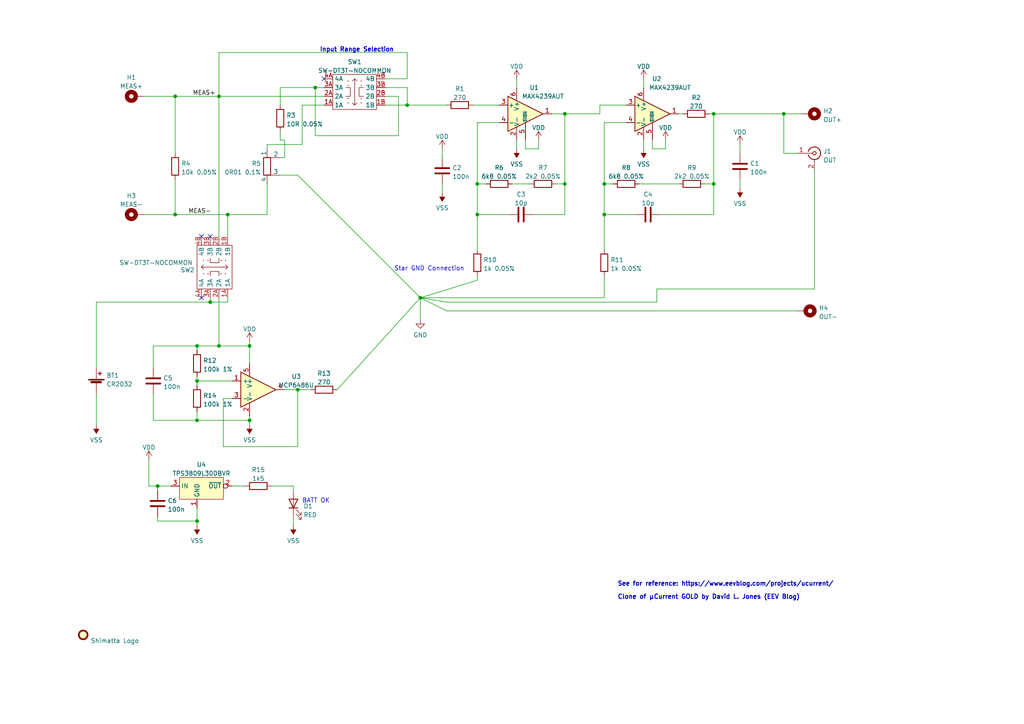
<source format=kicad_sch>
(kicad_sch (version 20211123) (generator eeschema)
  (paper "A4")
  (title_block (title "Shimatta µCurrent") (rev "v1.1.0") (company "Shimatta"))
  (lib_symbols
    (symbol "Amplifier_Operational:MAX4239AUT" (pin_names (offset 0.127))
      (property "Reference" "U" (at 0 6.35 0))
      (property "Value" "MAX4239AUT" (at 0 3.81 0))
      (symbol "MAX4239AUT_0_1"
        (polyline (pts (xy -5.08 5.08) (xy 5.08 0) (xy -5.08 -5.08) (xy -5.08 5.08)) (stroke (width 0.254)) (fill (type background)))
      )
      (symbol "MAX4239AUT_1_1"
        (pin output line (at 7.62 0 180) (length 2.54) (name "~") (number "1"))
        (pin power_in line (at -2.54 -7.62 90) (length 3.81) (name "V-") (number "2"))
        (pin input line (at -7.62 2.54 0) (length 2.54) (name "+") (number "3"))
        (pin input line (at -7.62 -2.54 0) (length 2.54) (name "-") (number "4"))
        (pin input line (at 0 -7.62 90) (length 5.08) (name "~{SHDN}") (number "5"))
        (pin power_in line (at -2.54 7.62 270) (length 3.81) (name "V+") (number "6"))
      )
    )
    (symbol "Connector:Conn_Coaxial" (pin_names (offset 1.016) hide)
      (property "Reference" "J" (at 0.254 3.048 0))
      (property "Value" "Conn_Coaxial" (at 2.921 0 90))
      (symbol "Conn_Coaxial_0_1"
        (arc (start -1.778 -0.508) (mid 0.2311 -1.8066) (end 1.778 0) (stroke (width 0.254)))
        (polyline (pts (xy -2.54 0) (xy -0.508 0)))
        (polyline (pts (xy 0 -2.54) (xy 0 -1.778)))
        (circle (center 0 0) (radius 0.508) (stroke (width 0.2032)))
        (arc (start 1.778 0) (mid 0.2099 1.8101) (end -1.778 0.508) (stroke (width 0.254)))
      )
      (symbol "Conn_Coaxial_1_1"
        (pin passive line (at -5.08 0 0) (length 2.54) (name "In") (number "1"))
        (pin passive line (at 0 -5.08 90) (length 2.54) (name "Ext") (number "2"))
      )
    )
    (symbol "Device:Battery_Cell" (pin_numbers hide) (pin_names (offset 0) hide)
      (property "Reference" "BT" (at 2.54 2.54 0))
      (property "Value" "Battery_Cell" (at 2.54 0 0))
      (symbol "Battery_Cell_0_1"
        (rectangle (start -2.286 1.778) (end 2.286 1.524) (fill (type outline)))
        (rectangle (start -1.5748 1.1938) (end 1.4732 0.6858) (fill (type outline)))
        (polyline (pts (xy 0 0.762) (xy 0 0)))
        (polyline (pts (xy 0 1.778) (xy 0 2.54)))
        (polyline (pts (xy 0.508 3.429) (xy 1.524 3.429)) (stroke (width 0.254)))
        (polyline (pts (xy 1.016 3.937) (xy 1.016 2.921)) (stroke (width 0.254)))
      )
      (symbol "Battery_Cell_1_1"
        (pin passive line (at 0 5.08 270) (length 2.54) (name "+") (number "1"))
        (pin passive line (at 0 -2.54 90) (length 2.54) (name "-") (number "2"))
      )
    )
    (symbol "Device:C" (pin_numbers hide) (pin_names (offset 0.254))
      (property "Reference" "C" (at 0.635 2.54 0))
      (property "Value" "C" (at 0.635 -2.54 0))
      (symbol "C_0_1"
        (polyline (pts (xy -2.032 -0.762) (xy 2.032 -0.762)) (stroke (width 0.508)))
        (polyline (pts (xy -2.032 0.762) (xy 2.032 0.762)) (stroke (width 0.508)))
      )
      (symbol "C_1_1"
        (pin passive line (at 0 3.81 270) (length 2.794) (name "~") (number "1"))
        (pin passive line (at 0 -3.81 90) (length 2.794) (name "~") (number "2"))
      )
    )
    (symbol "Device:LED" (pin_numbers hide) (pin_names (offset 1.016) hide)
      (property "Reference" "D" (at 0 2.54 0))
      (property "Value" "LED" (at 0 -2.54 0))
      (symbol "LED_0_1"
        (polyline (pts (xy -1.27 -1.27) (xy -1.27 1.27)) (stroke (width 0.254)))
        (polyline (pts (xy -1.27 0) (xy 1.27 0)))
        (polyline (pts (xy 1.27 -1.27) (xy 1.27 1.27) (xy -1.27 0) (xy 1.27 -1.27)) (stroke (width 0.254)))
        (polyline (pts (xy -3.048 -0.762) (xy -4.572 -2.286) (xy -3.81 -2.286) (xy -4.572 -2.286) (xy -4.572 -1.524)))
        (polyline (pts (xy -1.778 -0.762) (xy -3.302 -2.286) (xy -2.54 -2.286) (xy -3.302 -2.286) (xy -3.302 -1.524)))
      )
      (symbol "LED_1_1"
        (pin passive line (at -3.81 0 0) (length 2.54) (name "K") (number "1"))
        (pin passive line (at 3.81 0 180) (length 2.54) (name "A") (number "2"))
      )
    )
    (symbol "Device:R" (pin_numbers hide) (pin_names (offset 0))
      (property "Reference" "R" (at 2.032 0 90))
      (property "Value" "R" (at 0 0 90))
      (symbol "R_0_1"
        (rectangle (start -1.016 -2.54) (end 1.016 2.54) (stroke (width 0.254)))
      )
      (symbol "R_1_1"
        (pin passive line (at 0 3.81 270) (length 1.27) (name "~") (number "1"))
        (pin passive line (at 0 -3.81 90) (length 1.27) (name "~") (number "2"))
      )
    )
    (symbol "Device:R_Shunt" (pin_numbers hide) (pin_names (offset 0))
      (property "Reference" "R" (at -4.445 0 90))
      (property "Value" "R_Shunt" (at -2.54 0 90))
      (symbol "R_Shunt_0_1"
        (rectangle (start -1.016 -2.54) (end 1.016 2.54) (stroke (width 0.254)))
        (polyline (pts (xy 0 -2.54) (xy 1.27 -2.54)))
        (polyline (pts (xy 1.27 2.54) (xy 0 2.54)))
      )
      (symbol "R_Shunt_1_1"
        (pin passive line (at 0 5.08 270) (length 2.54) (name "1") (number "1"))
        (pin passive line (at 3.81 2.54 180) (length 2.54) (name "2") (number "2"))
        (pin passive line (at 3.81 -2.54 180) (length 2.54) (name "3") (number "3"))
        (pin passive line (at 0 -5.08 90) (length 2.54) (name "4") (number "4"))
      )
    )
    (symbol "Mechanical:Fiducial"
      (property "Reference" "FID" (at 0 5.08 0))
      (property "Value" "Fiducial" (at 0 3.175 0))
      (symbol "Fiducial_0_1"
        (circle (center 0 0) (radius 1.27) (stroke (width 0.508)) (fill (type background)))
      )
    )
    (symbol "Mechanical:MountingHole_Pad" (pin_numbers hide) (pin_names (offset 1.016) hide)
      (property "Reference" "H" (at 0 6.35 0))
      (property "Value" "MountingHole_Pad" (at 0 4.445 0))
      (symbol "MountingHole_Pad_0_1"
        (circle (center 0 1.27) (radius 1.27) (stroke (width 1.27)))
      )
      (symbol "MountingHole_Pad_1_1"
        (pin input line (at 0 -2.54 90) (length 2.54) (name "1") (number "1"))
      )
    )
    (symbol "power:GND" (power) (pin_names (offset 0))
      (property "Value" "GND" (at 0 -3.81 0))
      (symbol "GND_0_1"
        (polyline (pts (xy 0 0) (xy 0 -1.27) (xy 1.27 -1.27) (xy 0 -2.54) (xy -1.27 -1.27) (xy 0 -1.27)))
      )
      (symbol "GND_1_1"
        (pin power_in line (at 0 0 270) (length 0) hide (name "GND") (number "1"))
      )
    )
    (symbol "power:VDD" (power) (pin_names (offset 0))
      (property "Value" "VDD" (at 0 3.81 0))
      (symbol "VDD_0_1"
        (polyline (pts (xy -0.762 1.27) (xy 0 2.54)))
        (polyline (pts (xy 0 0) (xy 0 2.54)))
        (polyline (pts (xy 0 2.54) (xy 0.762 1.27)))
      )
      (symbol "VDD_1_1"
        (pin power_in line (at 0 0 90) (length 0) hide (name "VDD") (number "1"))
      )
    )
    (symbol "power:VSS" (power) (pin_names (offset 0))
      (property "Value" "VSS" (at 0 3.81 0))
      (symbol "VSS_0_1"
        (polyline (pts (xy 0 0) (xy 0 2.54)))
        (polyline (pts (xy 0.762 1.27) (xy -0.762 1.27) (xy 0 2.54) (xy 0.762 1.27)) (fill (type outline)))
      )
      (symbol "VSS_1_1"
        (pin power_in line (at 0 0 90) (length 0) hide (name "VSS") (number "1"))
      )
    )
    (symbol "shimatta_analog:MCP6486U"
      (property "Reference" "U" (at 2.54 6.35 0))
      (property "Value" "MCP6486U" (at 6.35 3.81 0))
      (symbol "MCP6486U_0_1"
        (polyline (pts (xy -2.54 5.08) (xy 7.62 0) (xy -2.54 -5.08) (xy -2.54 5.08)) (stroke (width 0.254)) (fill (type background)))
      )
      (symbol "MCP6486U_1_1"
        (pin input line (at -5.08 2.54 0) (length 2.54) (name "+") (number "1"))
        (pin power_in line (at 0 -7.62 90) (length 3.81) (name "V-") (number "2"))
        (pin input line (at -5.08 -2.54 0) (length 2.54) (name "-") (number "3"))
        (pin output line (at 10.16 0 180) (length 2.54) (name "~") (number "4"))
        (pin power_in line (at 0 7.62 270) (length 3.81) (name "V+") (number "5"))
      )
    )
    (symbol "shimatta_supervisor:TPS3809L30DBVR"
      (property "Reference" "U" (at 1.27 3.81 0))
      (property "Value" "TPS3809L30DBVR" (at 6.35 1.27 0))
      (symbol "TPS3809L30DBVR_0_1"
        (rectangle (start 0 0) (end 12.7 -6.35) (stroke (width 0.1524)) (fill (type background)))
      )
      (symbol "TPS3809L30DBVR_1_1"
        (pin power_in line (at 5.08 -8.89 90) (length 2.54) (name "GND") (number "1"))
        (pin output inverted (at 15.24 -2.54 180) (length 2.54) (name "~{OUT}") (number "2"))
        (pin power_in line (at -2.54 -2.54 0) (length 2.54) (name "IN") (number "3"))
      )
    )
    (symbol "shimatta_switch:SW-DT3T-NOCOMMON"
      (property "Reference" "SW" (at 1.27 1.27 0))
      (property "Value" "SW-DT3T-NOCOMMON" (at 9.525 3.81 0))
      (symbol "SW-DT3T-NOCOMMON_0_1"
        (polyline (pts (xy 6.35 -8.89) (xy 5.715 -8.255)) (stroke (width 0.1524)))
        (polyline (pts (xy 6.35 -8.89) (xy 6.985 -8.255)) (stroke (width 0.1524)))
        (polyline (pts (xy 6.35 -7.62) (xy 6.35 -8.89)) (stroke (width 0.1524)))
        (polyline (pts (xy 6.35 -2.54) (xy 6.35 -7.62)) (stroke (width 0.1524)))
        (polyline (pts (xy 6.35 -2.54) (xy 6.35 -1.27)) (stroke (width 0.1524)))
        (polyline (pts (xy 6.35 -1.27) (xy 5.715 -1.905)) (stroke (width 0.1524)))
        (polyline (pts (xy 6.35 -1.27) (xy 6.985 -1.905)) (stroke (width 0.1524)))
        (polyline (pts (xy 3.81 -3.81) (xy 5.08 -3.81) (xy 5.08 -6.35) (xy 3.81 -6.35)) (stroke (width 0.1524)))
        (polyline (pts (xy 8.89 -3.81) (xy 7.62 -3.81) (xy 7.62 -6.35) (xy 8.89 -6.35)) (stroke (width 0.1524)))
        (rectangle (start 0 0) (end 12.7 -10.16) (stroke (width 0.1524)))
        (circle (center 4.445 -8.255) (radius 0.0001) (stroke (width 0.1524)))
        (circle (center 4.445 -6.985) (radius 0.0001) (stroke (width 0.1524)))
        (circle (center 4.445 -3.175) (radius 0.0001) (stroke (width 0.1524)))
        (circle (center 4.445 -1.905) (radius 0.0001) (stroke (width 0.1524)))
        (circle (center 8.255 -8.255) (radius 0.0001) (stroke (width 0.1524)))
        (circle (center 8.255 -6.985) (radius 0.0001) (stroke (width 0.1524)))
        (circle (center 8.255 -3.175) (radius 0.0001) (stroke (width 0.1524)))
        (circle (center 8.255 -1.905) (radius 0.0001) (stroke (width 0.1524)))
      )
      (symbol "SW-DT3T-NOCOMMON_1_1"
        (pin passive line (at -2.54 -1.27 0) (length 2.54) (name "1A") (number "1A"))
        (pin passive line (at 15.24 -1.27 180) (length 2.54) (name "1B") (number "1B"))
        (pin passive line (at -2.54 -3.81 0) (length 2.54) (name "2A") (number "2A"))
        (pin passive line (at 15.24 -3.81 180) (length 2.54) (name "2B") (number "2B"))
        (pin passive line (at -2.54 -6.35 0) (length 2.54) (name "3A") (number "3A"))
        (pin passive line (at 15.24 -6.35 180) (length 2.54) (name "3B") (number "3B"))
        (pin passive line (at -2.54 -8.89 0) (length 2.54) (name "4A") (number "4A"))
        (pin passive line (at 15.24 -8.89 180) (length 2.54) (name "4B") (number "4B"))
      )
    )
  )
  (junction (at 138.43 53.34))
  (junction (at 57.15 151.13))
  (junction (at 207.01 33.02))
  (junction (at 63.5 27.94))
  (junction (at 72.39 100.33))
  (junction (at 66.04 62.23))
  (junction (at 175.26 53.34))
  (junction (at 175.26 62.23))
  (junction (at 227.33 33.02))
  (junction (at 63.5 100.33))
  (junction (at 57.15 100.33))
  (junction (at 138.43 62.23))
  (junction (at 45.72 140.97))
  (junction (at 60.96 87.63))
  (junction (at 207.01 53.34))
  (junction (at 163.83 33.02))
  (junction (at 86.36 113.03))
  (junction (at 163.83 53.34))
  (junction (at 118.11 30.48))
  (junction (at 50.8 27.94))
  (junction (at 50.8 62.23))
  (junction (at 91.44 25.4))
  (junction (at 57.15 121.92))
  (junction (at 121.92 86.36))
  (junction (at 57.15 110.49))
  (junction (at 72.39 121.92))
  (no_connect (at 58.42 68.58))
  (no_connect (at 58.42 86.36))
  (no_connect (at 93.98 22.86))
  (no_connect (at 60.96 68.58))
  (wire (pts (xy 115.57 27.94) (xy 115.57 39.37)))
  (wire (pts (xy 50.8 27.94) (xy 63.5 27.94)))
  (wire (pts (xy 57.15 119.38) (xy 57.15 121.92)))
  (wire (pts (xy 63.5 27.94) (xy 93.98 27.94)))
  (wire (pts (xy 186.69 22.86) (xy 186.69 25.4)))
  (wire (pts (xy 175.26 80.01) (xy 175.26 86.36)))
  (wire (pts (xy 57.15 110.49) (xy 57.15 111.76)))
  (wire (pts (xy 81.28 50.8) (xy 86.36 50.8)))
  (wire (pts (xy 121.92 86.36) (xy 175.26 86.36)))
  (wire (pts (xy 97.79 113.03) (xy 121.92 86.36)))
  (wire (pts (xy 111.76 25.4) (xy 118.11 25.4)))
  (wire (pts (xy 175.26 53.34) (xy 177.8 53.34)))
  (wire (pts (xy 63.5 100.33) (xy 72.39 100.33)))
  (wire (pts (xy 144.78 35.56) (xy 138.43 35.56)))
  (wire (pts (xy 60.96 87.63) (xy 60.96 86.36)))
  (wire (pts (xy 163.83 33.02) (xy 173.99 33.02)))
  (wire (pts (xy 193.04 43.18) (xy 193.04 40.64)))
  (wire (pts (xy 149.86 40.64) (xy 149.86 43.18)))
  (wire (pts (xy 160.02 33.02) (xy 163.83 33.02)))
  (wire (pts (xy 77.47 41.91) (xy 77.47 43.18)))
  (wire (pts (xy 205.74 33.02) (xy 207.01 33.02)))
  (wire (pts (xy 64.77 115.57) (xy 64.77 129.54)))
  (wire (pts (xy 163.83 62.23) (xy 163.83 53.34)))
  (wire (pts (xy 44.45 106.68) (xy 44.45 100.33)))
  (wire (pts (xy 49.53 140.97) (xy 45.72 140.97)))
  (wire (pts (xy 57.15 147.32) (xy 57.15 151.13)))
  (wire (pts (xy 138.43 80.01) (xy 138.43 81.28)))
  (wire (pts (xy 175.26 62.23) (xy 175.26 72.39)))
  (wire (pts (xy 27.94 114.3) (xy 27.94 123.19)))
  (wire (pts (xy 57.15 121.92) (xy 72.39 121.92)))
  (wire (pts (xy 111.76 30.48) (xy 118.11 30.48)))
  (wire (pts (xy 50.8 52.07) (xy 50.8 62.23)))
  (wire (pts (xy 87.63 41.91) (xy 77.47 41.91)))
  (wire (pts (xy 185.42 53.34) (xy 196.85 53.34)))
  (wire (pts (xy 44.45 114.3) (xy 44.45 121.92)))
  (wire (pts (xy 82.55 113.03) (xy 86.36 113.03)))
  (wire (pts (xy 91.44 39.37) (xy 91.44 25.4)))
  (wire (pts (xy 173.99 30.48) (xy 173.99 33.02)))
  (wire (pts (xy 67.31 140.97) (xy 71.12 140.97)))
  (wire (pts (xy 128.27 43.18) (xy 128.27 45.72)))
  (wire (pts (xy 138.43 53.34) (xy 138.43 62.23)))
  (wire (pts (xy 190.5 83.82) (xy 190.5 87.63)))
  (wire (pts (xy 152.4 40.64) (xy 152.4 43.18)))
  (wire (pts (xy 121.92 86.36) (xy 121.92 92.71)))
  (wire (pts (xy 138.43 62.23) (xy 147.32 62.23)))
  (wire (pts (xy 44.45 100.33) (xy 57.15 100.33)))
  (wire (pts (xy 138.43 62.23) (xy 138.43 72.39)))
  (wire (pts (xy 207.01 53.34) (xy 207.01 62.23)))
  (wire (pts (xy 181.61 35.56) (xy 175.26 35.56)))
  (wire (pts (xy 57.15 101.6) (xy 57.15 100.33)))
  (wire (pts (xy 121.92 86.36) (xy 129.54 90.17)))
  (wire (pts (xy 207.01 33.02) (xy 227.33 33.02)))
  (wire (pts (xy 191.77 62.23) (xy 207.01 62.23)))
  (wire (pts (xy 50.8 62.23) (xy 66.04 62.23)))
  (wire (pts (xy 72.39 99.06) (xy 72.39 100.33)))
  (wire (pts (xy 63.5 15.24) (xy 118.11 15.24)))
  (wire (pts (xy 78.74 140.97) (xy 85.09 140.97)))
  (wire (pts (xy 50.8 27.94) (xy 50.8 44.45)))
  (wire (pts (xy 204.47 53.34) (xy 207.01 53.34)))
  (wire (pts (xy 87.63 30.48) (xy 93.98 30.48)))
  (wire (pts (xy 82.55 40.64) (xy 82.55 45.72)))
  (wire (pts (xy 85.09 140.97) (xy 85.09 142.24)))
  (wire (pts (xy 163.83 33.02) (xy 163.83 53.34)))
  (wire (pts (xy 161.29 53.34) (xy 163.83 53.34)))
  (wire (pts (xy 57.15 109.22) (xy 57.15 110.49)))
  (wire (pts (xy 85.09 149.86) (xy 85.09 152.4)))
  (wire (pts (xy 66.04 62.23) (xy 77.47 62.23)))
  (wire (pts (xy 45.72 151.13) (xy 57.15 151.13)))
  (wire (pts (xy 86.36 113.03) (xy 90.17 113.03)))
  (wire (pts (xy 63.5 86.36) (xy 63.5 100.33)))
  (wire (pts (xy 87.63 30.48) (xy 87.63 41.91)))
  (wire (pts (xy 227.33 33.02) (xy 227.33 44.45)))
  (wire (pts (xy 138.43 35.56) (xy 138.43 53.34)))
  (wire (pts (xy 156.21 43.18) (xy 156.21 40.64)))
  (wire (pts (xy 129.54 90.17) (xy 231.14 90.17)))
  (wire (pts (xy 67.31 115.57) (xy 64.77 115.57)))
  (wire (pts (xy 111.76 27.94) (xy 115.57 27.94)))
  (wire (pts (xy 214.63 52.07) (xy 214.63 54.61)))
  (wire (pts (xy 45.72 140.97) (xy 45.72 142.24)))
  (wire (pts (xy 189.23 40.64) (xy 189.23 43.18)))
  (wire (pts (xy 77.47 53.34) (xy 77.47 62.23)))
  (wire (pts (xy 118.11 15.24) (xy 118.11 22.86)))
  (wire (pts (xy 175.26 53.34) (xy 175.26 62.23)))
  (wire (pts (xy 138.43 53.34) (xy 140.97 53.34)))
  (wire (pts (xy 149.86 22.86) (xy 149.86 25.4)))
  (wire (pts (xy 236.22 83.82) (xy 190.5 83.82)))
  (wire (pts (xy 207.01 33.02) (xy 207.01 53.34)))
  (wire (pts (xy 231.14 44.45) (xy 227.33 44.45)))
  (wire (pts (xy 66.04 86.36) (xy 66.04 87.63)))
  (wire (pts (xy 27.94 87.63) (xy 27.94 106.68)))
  (wire (pts (xy 214.63 41.91) (xy 214.63 44.45)))
  (wire (pts (xy 236.22 49.53) (xy 236.22 83.82)))
  (wire (pts (xy 121.92 86.36) (xy 129.54 87.63)))
  (wire (pts (xy 91.44 25.4) (xy 93.98 25.4)))
  (wire (pts (xy 118.11 22.86) (xy 111.76 22.86)))
  (wire (pts (xy 175.26 35.56) (xy 175.26 53.34)))
  (wire (pts (xy 66.04 87.63) (xy 60.96 87.63)))
  (wire (pts (xy 152.4 43.18) (xy 156.21 43.18)))
  (wire (pts (xy 57.15 100.33) (xy 63.5 100.33)))
  (wire (pts (xy 198.12 33.02) (xy 196.85 33.02)))
  (wire (pts (xy 64.77 129.54) (xy 86.36 129.54)))
  (wire (pts (xy 72.39 120.65) (xy 72.39 121.92)))
  (wire (pts (xy 86.36 50.8) (xy 121.92 86.36)))
  (wire (pts (xy 72.39 121.92) (xy 72.39 123.19)))
  (wire (pts (xy 81.28 25.4) (xy 91.44 25.4)))
  (wire (pts (xy 154.94 62.23) (xy 163.83 62.23)))
  (wire (pts (xy 43.18 133.35) (xy 43.18 140.97)))
  (wire (pts (xy 81.28 45.72) (xy 82.55 45.72)))
  (wire (pts (xy 118.11 25.4) (xy 118.11 30.48)))
  (wire (pts (xy 50.8 62.23) (xy 41.91 62.23)))
  (wire (pts (xy 45.72 149.86) (xy 45.72 151.13)))
  (wire (pts (xy 137.16 30.48) (xy 144.78 30.48)))
  (wire (pts (xy 186.69 40.64) (xy 186.69 43.18)))
  (wire (pts (xy 148.59 53.34) (xy 153.67 53.34)))
  (wire (pts (xy 118.11 30.48) (xy 129.54 30.48)))
  (wire (pts (xy 81.28 30.48) (xy 81.28 25.4)))
  (wire (pts (xy 45.72 140.97) (xy 43.18 140.97)))
  (wire (pts (xy 81.28 38.1) (xy 81.28 40.64)))
  (wire (pts (xy 57.15 151.13) (xy 57.15 152.4)))
  (wire (pts (xy 175.26 62.23) (xy 184.15 62.23)))
  (wire (pts (xy 57.15 110.49) (xy 67.31 110.49)))
  (wire (pts (xy 27.94 87.63) (xy 60.96 87.63)))
  (wire (pts (xy 189.23 43.18) (xy 193.04 43.18)))
  (wire (pts (xy 121.92 86.36) (xy 138.43 81.28)))
  (wire (pts (xy 227.33 33.02) (xy 232.41 33.02)))
  (wire (pts (xy 44.45 121.92) (xy 57.15 121.92)))
  (wire (pts (xy 173.99 30.48) (xy 181.61 30.48)))
  (wire (pts (xy 63.5 27.94) (xy 63.5 68.58)))
  (wire (pts (xy 81.28 40.64) (xy 82.55 40.64)))
  (wire (pts (xy 63.5 27.94) (xy 63.5 15.24)))
  (wire (pts (xy 41.91 27.94) (xy 50.8 27.94)))
  (wire (pts (xy 72.39 100.33) (xy 72.39 105.41)))
  (wire (pts (xy 66.04 62.23) (xy 66.04 68.58)))
  (wire (pts (xy 86.36 129.54) (xy 86.36 113.03)))
  (wire (pts (xy 129.54 87.63) (xy 190.5 87.63)))
  (wire (pts (xy 115.57 39.37) (xy 91.44 39.37)))
  (wire (pts (xy 128.27 53.34) (xy 128.27 55.88)))
  (text "Input Range Selection" (at 92.71 15.24 0) (effects (font (size 1.27 1.27) bold) (justify left bottom)))
  (text "See for reference: https://www.eevblog.com/projects/ucurrent/" (at 179.07 170.18 0) (effects (font (size 1.27 1.27) bold) (justify left bottom)))
  (text "BATT OK" (at 87.63 146.05 0) (effects (font (size 1.27 1.27)) (justify left bottom)))
  (text "Star GND Connection" (at 114.3 78.74 0) (effects (font (size 1.27 1.27)) (justify left bottom)))
  (text "Clone of µCurrent GOLD by David L. Jones (EEV Blog)" (at 179.07 173.99 0) (effects (font (size 1.27 1.27) (thickness 0.254) bold) (justify left bottom)))
  (label "MEAS+" (at 55.88 27.94 0))
  (label "MEAS-" (at 54.61 62.23 0))
  (symbol (lib_id "power:VDD") (at 72.39 99.06 0) (unit 1)
    (property "Reference" "#PWR012" (effects hide))
    (property "Value" "VDD" (at 72.39 95.4842 0))
  )
  (symbol (lib_id "power:VSS") (at 85.09 152.4 180) (unit 1)
    (property "Reference" "#PWR017" (effects hide))
    (property "Value" "VSS" (at 85.09 156.8434 0))
  )
  (symbol (lib_id "shimatta_switch:SW-DT3T-NOCOMMON") (at 67.31 83.82 270) (mirror x) (unit 1)
    (property "Reference" "SW2" (at 56.4388 78.3047 90) (effects (justify right)))
    (property "Value" "SW-DT3T-NOCOMMON" (at 55.88 76.2 90) (effects (justify right)))
    (property "Footprint" "shimatta_switch:C&K-L203011MS02Q" (effects hide))
  )
  (symbol (lib_id "Mechanical:MountingHole_Pad") (at 39.37 62.23 90) (unit 1)
    (property "Reference" "H3" (at 38.1 56.7522 90))
    (property "Value" "MEAS-" (at 38.1 59.2891 90))
    (property "Footprint" "MountingHole:MountingHole_4.3x6.2mm_M4_Pad_Via" (effects hide))
  )
  (symbol (lib_id "Mechanical:MountingHole_Pad") (at 233.68 90.17 270) (unit 1)
    (property "Reference" "H4" (at 237.49 89.3353 90) (effects (justify left)))
    (property "Value" "OUT-" (at 237.49 91.8722 90) (effects (justify left)))
    (property "Footprint" "MountingHole:MountingHole_4.3x6.2mm_M4_Pad_Via" (effects hide))
  )
  (symbol (lib_id "Device:R") (at 157.48 53.34 90) (unit 1)
    (property "Reference" "R7" (at 157.48 48.6242 90))
    (property "Value" "2k2 0.05%" (at 157.48 51.1611 90))
    (property "Footprint" "Resistor_SMD:R_0603_1608Metric" (effects hide))
  )
  (symbol (lib_id "Device:R") (at 81.28 34.29 180) (unit 1)
    (property "Reference" "R3" (at 83.058 33.4553 0) (effects (justify right)))
    (property "Value" "10R 0.05%" (at 83.058 35.9922 0) (effects (justify right)))
    (property "Footprint" "Resistor_SMD:R_0805_2012Metric" (effects hide))
  )
  (symbol (lib_id "Device:C") (at 128.27 49.53 180) (unit 1)
    (property "Reference" "C2" (at 131.191 48.6953 0) (effects (justify right)))
    (property "Value" "100n" (at 131.191 51.2322 0) (effects (justify right)))
    (property "Footprint" "Capacitor_SMD:C_0603_1608Metric" (effects hide))
  )
  (symbol (lib_id "shimatta_switch:SW-DT3T-NOCOMMON") (at 96.52 31.75 0) (mirror x) (unit 1)
    (property "Reference" "SW1" (at 102.87 17.941 0))
    (property "Value" "SW-DT3T-NOCOMMON" (at 102.87 20.4779 0))
    (property "Footprint" "shimatta_switch:C&K-L203011MS02Q" (effects hide))
  )
  (symbol (lib_id "Mechanical:MountingHole_Pad") (at 39.37 27.94 90) (unit 1)
    (property "Reference" "H1" (at 38.1 22.4622 90))
    (property "Value" "MEAS+" (at 38.1 24.9991 90))
    (property "Footprint" "MountingHole:MountingHole_4.3x6.2mm_M4_Pad_Via" (effects hide))
  )
  (symbol (lib_id "Device:R") (at 50.8 48.26 0) (unit 1)
    (property "Reference" "R4" (at 52.578 47.4253 0) (effects (justify left)))
    (property "Value" "10k 0.05%" (at 52.578 49.9622 0) (effects (justify left)))
    (property "Footprint" "Resistor_SMD:R_0603_1608Metric" (effects hide))
  )
  (symbol (lib_id "Device:C") (at 214.63 48.26 180) (unit 1)
    (property "Reference" "C1" (at 217.551 47.4253 0) (effects (justify right)))
    (property "Value" "100n" (at 217.551 49.9622 0) (effects (justify right)))
    (property "Footprint" "Capacitor_SMD:C_0603_1608Metric" (effects hide))
  )
  (symbol (lib_id "shimatta_supervisor:TPS3809L30DBVR") (at 52.07 138.43 0) (unit 1)
    (property "Reference" "U4" (at 58.42 134.781 0))
    (property "Value" "TPS3809L30DBVR" (at 58.42 137.3179 0))
    (property "Footprint" "Package_TO_SOT_SMD:SOT-23" (effects hide))
  )
  (symbol (lib_id "power:VSS") (at 186.69 43.18 180) (unit 1)
    (property "Reference" "#PWR08" (effects hide))
    (property "Value" "VSS" (at 186.69 47.6234 0))
  )
  (symbol (lib_id "Device:R") (at 57.15 105.41 0) (unit 1)
    (property "Reference" "R12" (at 58.928 104.5753 0) (effects (justify left)))
    (property "Value" "100k 1%" (at 58.928 107.1122 0) (effects (justify left)))
    (property "Footprint" "Resistor_SMD:R_0603_1608Metric" (effects hide))
  )
  (symbol (lib_id "power:VDD") (at 193.04 40.64 0) (unit 1)
    (property "Reference" "#PWR04" (effects hide))
    (property "Value" "VDD" (at 193.04 37.0642 0))
  )
  (symbol (lib_id "power:VDD") (at 43.18 133.35 0) (unit 1)
    (property "Reference" "#PWR015" (effects hide))
    (property "Value" "VDD" (at 43.18 129.7742 0))
  )
  (symbol (lib_id "Connector:Conn_Coaxial") (at 236.22 44.45 0) (unit 1)
    (property "Reference" "J1" (at 238.76 43.9085 0) (effects (justify left)))
    (property "Value" "OUT" (at 238.76 46.4454 0) (effects (justify left)))
    (property "Footprint" "Connector_Coaxial:SMA_Amphenol_132134-10_Vertical" (effects hide))
    (property "Datasheet" " ~" (effects hide))
  )
  (symbol (lib_id "Device:C") (at 187.96 62.23 90) (unit 1)
    (property "Reference" "C4" (at 187.96 56.3712 90))
    (property "Value" "10p" (at 187.96 58.9081 90))
    (property "Footprint" "Capacitor_SMD:C_0603_1608Metric" (effects hide))
  )
  (symbol (lib_id "power:VSS") (at 72.39 123.19 180) (unit 1)
    (property "Reference" "#PWR014" (effects hide))
    (property "Value" "VSS" (at 72.39 127.6334 0))
  )
  (symbol (lib_id "power:GND") (at 121.92 92.71 0) (unit 1)
    (property "Reference" "#PWR011" (effects hide))
    (property "Value" "GND" (at 121.92 97.1534 0))
  )
  (symbol (lib_id "Amplifier_Operational:MAX4239AUT") (at 152.4 33.02 0) (unit 1)
    (property "Reference" "U1" (at 154.94 25.4 0))
    (property "Value" "MAX4239AUT" (at 157.48 27.94 0))
    (property "Footprint" "Package_TO_SOT_SMD:SOT-23-6" (effects hide))
    (property "Datasheet" "http://datasheets.maximintegrated.com/en/ds/MAX4238-MAX4239.pdf" (effects hide))
  )
  (symbol (lib_id "Device:R") (at 93.98 113.03 90) (unit 1)
    (property "Reference" "R13" (at 93.98 108.3142 90))
    (property "Value" "270" (at 93.98 110.8511 90))
    (property "Footprint" "Resistor_SMD:R_0603_1608Metric" (effects hide))
  )
  (symbol (lib_id "Mechanical:Fiducial") (at 24.13 184.15 0) (unit 1)
    (property "Reference" "FID1" (effects hide))
    (property "Value" "Shimatta Logo" (at 26.289 185.8522 0) (effects (justify left)))
    (property "Footprint" "shimatta_artwork:shimatta_kanji_20mm_solder_mask" (effects hide))
  )
  (symbol (lib_id "Device:LED") (at 85.09 146.05 90) (unit 1)
    (property "Reference" "D1" (at 88.011 146.8028 90) (effects (justify right)))
    (property "Value" "RED" (at 88.011 149.3397 90) (effects (justify right)))
    (property "Footprint" "shimatta_led:APTR3216SURCK" (effects hide))
  )
  (symbol (lib_id "Device:R_Shunt") (at 77.47 48.26 0) (unit 1)
    (property "Reference" "R5" (at 75.692 47.4253 0) (effects (justify right)))
    (property "Value" "0R01 0.1%" (at 75.692 49.9622 0) (effects (justify right)))
    (property "Footprint" "Resistor_SMD:R_Shunt_Vishay_WSK2512_6332Metric_T1.19mm" (effects hide))
  )
  (symbol (lib_id "Device:R") (at 138.43 76.2 0) (unit 1)
    (property "Reference" "R10" (at 140.208 75.3653 0) (effects (justify left)))
    (property "Value" "1k 0.05%" (at 140.208 77.9022 0) (effects (justify left)))
    (property "Footprint" "Resistor_SMD:R_0603_1608Metric" (effects hide))
  )
  (symbol (lib_id "power:VSS") (at 27.94 123.19 180) (unit 1)
    (property "Reference" "#PWR013" (effects hide))
    (property "Value" "VSS" (at 27.94 127.6334 0))
  )
  (symbol (lib_id "power:VSS") (at 128.27 55.88 180) (unit 1)
    (property "Reference" "#PWR010" (effects hide))
    (property "Value" "VSS" (at 128.27 60.3234 0))
  )
  (symbol (lib_id "Device:Battery_Cell") (at 27.94 111.76 0) (unit 1)
    (property "Reference" "BT1" (at 30.861 108.8933 0) (effects (justify left)))
    (property "Value" "CR2032" (at 30.861 111.4302 0) (effects (justify left)))
    (property "Footprint" "Battery:BatteryHolder_Keystone_1058_1x2032" (effects hide))
  )
  (symbol (lib_id "power:VSS") (at 214.63 54.61 180) (unit 1)
    (property "Reference" "#PWR09" (effects hide))
    (property "Value" "VSS" (at 214.63 59.0534 0))
  )
  (symbol (lib_id "Amplifier_Operational:MAX4239AUT") (at 189.23 33.02 0) (unit 1)
    (property "Reference" "U2" (at 190.5 22.86 0))
    (property "Value" "MAX4239AUT" (at 194.31 25.4 0))
    (property "Footprint" "Package_TO_SOT_SMD:SOT-23-6" (effects hide))
    (property "Datasheet" "http://datasheets.maximintegrated.com/en/ds/MAX4238-MAX4239.pdf" (effects hide))
  )
  (symbol (lib_id "power:VDD") (at 214.63 41.91 0) (unit 1)
    (property "Reference" "#PWR05" (effects hide))
    (property "Value" "VDD" (at 214.63 38.3342 0))
  )
  (symbol (lib_id "Mechanical:MountingHole_Pad") (at 234.95 33.02 270) (unit 1)
    (property "Reference" "H2" (at 238.76 32.1853 90) (effects (justify left)))
    (property "Value" "OUT+" (at 238.76 34.7222 90) (effects (justify left)))
    (property "Footprint" "MountingHole:MountingHole_4.3x6.2mm_M4_Pad_Via" (effects hide))
  )
  (symbol (lib_id "Device:R") (at 57.15 115.57 0) (unit 1)
    (property "Reference" "R14" (at 58.928 114.7353 0) (effects (justify left)))
    (property "Value" "100k 1%" (at 58.928 117.2722 0) (effects (justify left)))
    (property "Footprint" "Resistor_SMD:R_0603_1608Metric" (effects hide))
  )
  (symbol (lib_id "Device:R") (at 200.66 53.34 90) (unit 1)
    (property "Reference" "R9" (at 200.66 48.6242 90))
    (property "Value" "2k2 0.05%" (at 200.66 51.1611 90))
    (property "Footprint" "Resistor_SMD:R_0603_1608Metric" (effects hide))
  )
  (symbol (lib_id "shimatta_analog:MCP6486U") (at 72.39 113.03 0) (unit 1)
    (property "Reference" "U3" (at 85.9314 109.2033 0))
    (property "Value" "MCP6486U" (at 85.9314 111.7402 0))
    (property "Footprint" "Package_TO_SOT_SMD:SOT-23-5" (effects hide))
    (property "Datasheet" "https://www.mouser.de/datasheet/2/268/MCP6486_Family_Data_Sheet_DS20006679A-2949415.pdf" (effects hide))
  )
  (symbol (lib_id "Device:R") (at 201.93 33.02 90) (unit 1)
    (property "Reference" "R2" (at 201.93 28.3042 90))
    (property "Value" "270" (at 201.93 30.8411 90))
    (property "Footprint" "Resistor_SMD:R_0603_1608Metric" (effects hide))
  )
  (symbol (lib_id "power:VSS") (at 57.15 152.4 180) (unit 1)
    (property "Reference" "#PWR016" (effects hide))
    (property "Value" "VSS" (at 57.15 156.8434 0))
  )
  (symbol (lib_id "Device:C") (at 151.13 62.23 90) (unit 1)
    (property "Reference" "C3" (at 151.13 56.3712 90))
    (property "Value" "10p" (at 151.13 58.9081 90))
    (property "Footprint" "Capacitor_SMD:C_0603_1608Metric" (effects hide))
  )
  (symbol (lib_id "power:VDD") (at 149.86 22.86 0) (unit 1)
    (property "Reference" "#PWR01" (effects hide))
    (property "Value" "VDD" (at 149.86 19.2842 0))
  )
  (symbol (lib_id "power:VDD") (at 186.69 22.86 0) (unit 1)
    (property "Reference" "#PWR02" (effects hide))
    (property "Value" "VDD" (at 186.69 19.2842 0))
  )
  (symbol (lib_id "Device:C") (at 45.72 146.05 0) (unit 1)
    (property "Reference" "C6" (at 48.641 145.2153 0) (effects (justify left)))
    (property "Value" "100n" (at 48.641 147.7522 0) (effects (justify left)))
    (property "Footprint" "Capacitor_SMD:C_0603_1608Metric" (effects hide))
  )
  (symbol (lib_id "Device:R") (at 74.93 140.97 90) (unit 1)
    (property "Reference" "R15" (at 74.93 136.2542 90))
    (property "Value" "1k5" (at 74.93 138.7911 90))
    (property "Footprint" "Resistor_SMD:R_0603_1608Metric" (effects hide))
  )
  (symbol (lib_id "power:VSS") (at 149.86 43.18 180) (unit 1)
    (property "Reference" "#PWR07" (effects hide))
    (property "Value" "VSS" (at 149.86 47.6234 0))
  )
  (symbol (lib_id "power:VDD") (at 128.27 43.18 0) (unit 1)
    (property "Reference" "#PWR06" (effects hide))
    (property "Value" "VDD" (at 128.27 39.6042 0))
  )
  (symbol (lib_id "Device:R") (at 144.78 53.34 90) (unit 1)
    (property "Reference" "R6" (at 144.78 48.6242 90))
    (property "Value" "6k8 0.05%" (at 144.78 51.1611 90))
    (property "Footprint" "Resistor_SMD:R_0603_1608Metric" (effects hide))
  )
  (symbol (lib_id "Device:C") (at 44.45 110.49 180) (unit 1)
    (property "Reference" "C5" (at 47.371 109.6553 0) (effects (justify right)))
    (property "Value" "100n" (at 47.371 112.1922 0) (effects (justify right)))
    (property "Footprint" "Capacitor_SMD:C_0603_1608Metric" (effects hide))
  )
  (symbol (lib_id "Device:R") (at 181.61 53.34 90) (unit 1)
    (property "Reference" "R8" (at 181.61 48.6242 90))
    (property "Value" "6k8 0.05%" (at 181.61 51.1611 90))
    (property "Footprint" "Resistor_SMD:R_0603_1608Metric" (effects hide))
  )
  (symbol (lib_id "Device:R") (at 175.26 76.2 0) (unit 1)
    (property "Reference" "R11" (at 177.038 75.3653 0) (effects (justify left)))
    (property "Value" "1k 0.05%" (at 177.038 77.9022 0) (effects (justify left)))
    (property "Footprint" "Resistor_SMD:R_0603_1608Metric" (effects hide))
  )
  (symbol (lib_id "Device:R") (at 133.35 30.48 90) (unit 1)
    (property "Reference" "R1" (at 133.35 25.7642 90))
    (property "Value" "270" (at 133.35 28.3011 90))
    (property "Footprint" "Resistor_SMD:R_0603_1608Metric" (effects hide))
  )
  (symbol (lib_id "power:VDD") (at 156.21 40.64 0) (unit 1)
    (property "Reference" "#PWR03" (effects hide))
    (property "Value" "VDD" (at 156.21 37.0642 0))
  )
)
</source>
